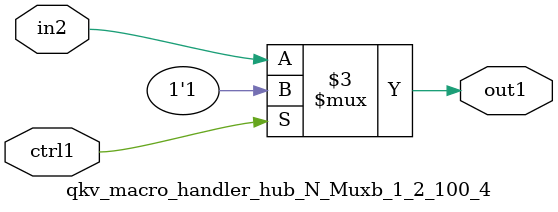
<source format=v>

`timescale 1ps / 1ps


module qkv_macro_handler_hub_N_Muxb_1_2_100_4( in2, ctrl1, out1 );

    input in2;
    input ctrl1;
    output out1;
    reg out1;

    
    // rtl_process:qkv_macro_handler_hub_N_Muxb_1_2_100_4/qkv_macro_handler_hub_N_Muxb_1_2_100_4_thread_1
    always @*
      begin : qkv_macro_handler_hub_N_Muxb_1_2_100_4_thread_1
        case (ctrl1) 
          1'b1: 
            begin
              out1 = 1'b1;
            end
          default: 
            begin
              out1 = in2;
            end
        endcase
      end

endmodule



</source>
